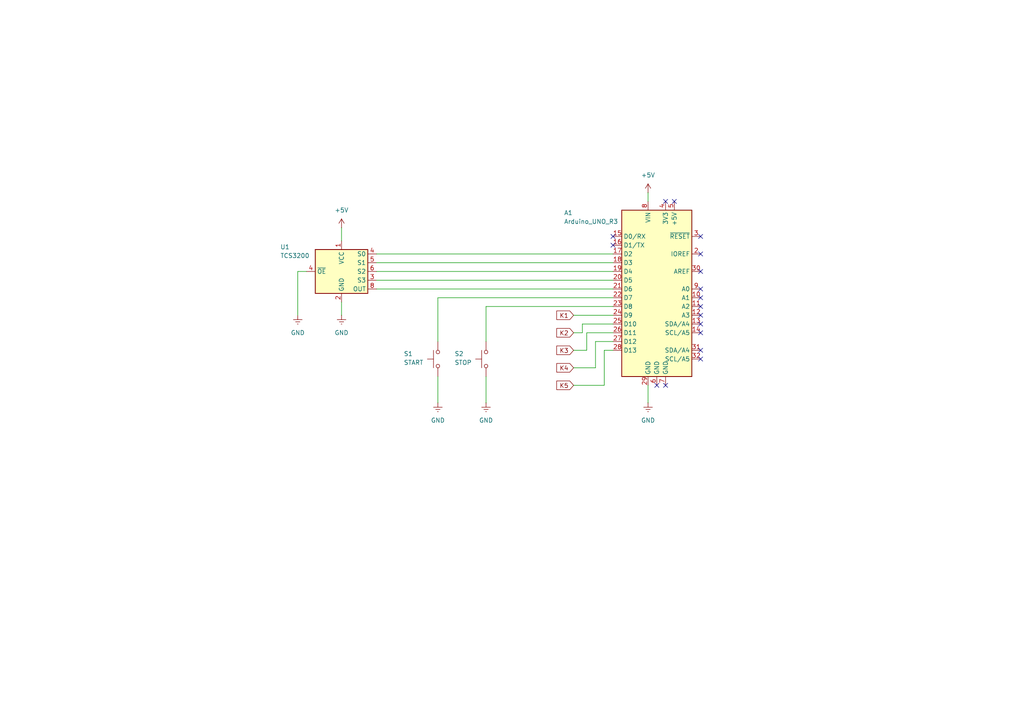
<source format=kicad_sch>
(kicad_sch
	(version 20231120)
	(generator "eeschema")
	(generator_version "8.0")
	(uuid "6ce40a47-833e-4ab8-bd62-e9c997efe7c0")
	(paper "A4")
	(title_block
		(title "Kleuren sensor met arduino")
		(date "2025-04-23")
		(rev "1")
		(company "17nct / Yassir")
	)
	(lib_symbols
		(symbol "MCU_Module:Arduino_UNO_R3"
			(exclude_from_sim no)
			(in_bom yes)
			(on_board yes)
			(property "Reference" "A"
				(at -10.16 23.495 0)
				(effects
					(font
						(size 1.27 1.27)
					)
					(justify left bottom)
				)
			)
			(property "Value" "Arduino_UNO_R3"
				(at 5.08 -26.67 0)
				(effects
					(font
						(size 1.27 1.27)
					)
					(justify left top)
				)
			)
			(property "Footprint" "Module:Arduino_UNO_R3"
				(at 0 0 0)
				(effects
					(font
						(size 1.27 1.27)
						(italic yes)
					)
					(hide yes)
				)
			)
			(property "Datasheet" "https://www.arduino.cc/en/Main/arduinoBoardUno"
				(at 0 0 0)
				(effects
					(font
						(size 1.27 1.27)
					)
					(hide yes)
				)
			)
			(property "Description" "Arduino UNO Microcontroller Module, release 3"
				(at 0 0 0)
				(effects
					(font
						(size 1.27 1.27)
					)
					(hide yes)
				)
			)
			(property "ki_keywords" "Arduino UNO R3 Microcontroller Module Atmel AVR USB"
				(at 0 0 0)
				(effects
					(font
						(size 1.27 1.27)
					)
					(hide yes)
				)
			)
			(property "ki_fp_filters" "Arduino*UNO*R3*"
				(at 0 0 0)
				(effects
					(font
						(size 1.27 1.27)
					)
					(hide yes)
				)
			)
			(symbol "Arduino_UNO_R3_0_1"
				(rectangle
					(start -10.16 22.86)
					(end 10.16 -25.4)
					(stroke
						(width 0.254)
						(type default)
					)
					(fill
						(type background)
					)
				)
			)
			(symbol "Arduino_UNO_R3_1_1"
				(pin no_connect line
					(at -10.16 -20.32 0)
					(length 2.54) hide
					(name "NC"
						(effects
							(font
								(size 1.27 1.27)
							)
						)
					)
					(number "1"
						(effects
							(font
								(size 1.27 1.27)
							)
						)
					)
				)
				(pin bidirectional line
					(at 12.7 -2.54 180)
					(length 2.54)
					(name "A1"
						(effects
							(font
								(size 1.27 1.27)
							)
						)
					)
					(number "10"
						(effects
							(font
								(size 1.27 1.27)
							)
						)
					)
				)
				(pin bidirectional line
					(at 12.7 -5.08 180)
					(length 2.54)
					(name "A2"
						(effects
							(font
								(size 1.27 1.27)
							)
						)
					)
					(number "11"
						(effects
							(font
								(size 1.27 1.27)
							)
						)
					)
				)
				(pin bidirectional line
					(at 12.7 -7.62 180)
					(length 2.54)
					(name "A3"
						(effects
							(font
								(size 1.27 1.27)
							)
						)
					)
					(number "12"
						(effects
							(font
								(size 1.27 1.27)
							)
						)
					)
				)
				(pin bidirectional line
					(at 12.7 -10.16 180)
					(length 2.54)
					(name "SDA/A4"
						(effects
							(font
								(size 1.27 1.27)
							)
						)
					)
					(number "13"
						(effects
							(font
								(size 1.27 1.27)
							)
						)
					)
				)
				(pin bidirectional line
					(at 12.7 -12.7 180)
					(length 2.54)
					(name "SCL/A5"
						(effects
							(font
								(size 1.27 1.27)
							)
						)
					)
					(number "14"
						(effects
							(font
								(size 1.27 1.27)
							)
						)
					)
				)
				(pin bidirectional line
					(at -12.7 15.24 0)
					(length 2.54)
					(name "D0/RX"
						(effects
							(font
								(size 1.27 1.27)
							)
						)
					)
					(number "15"
						(effects
							(font
								(size 1.27 1.27)
							)
						)
					)
				)
				(pin bidirectional line
					(at -12.7 12.7 0)
					(length 2.54)
					(name "D1/TX"
						(effects
							(font
								(size 1.27 1.27)
							)
						)
					)
					(number "16"
						(effects
							(font
								(size 1.27 1.27)
							)
						)
					)
				)
				(pin bidirectional line
					(at -12.7 10.16 0)
					(length 2.54)
					(name "D2"
						(effects
							(font
								(size 1.27 1.27)
							)
						)
					)
					(number "17"
						(effects
							(font
								(size 1.27 1.27)
							)
						)
					)
				)
				(pin bidirectional line
					(at -12.7 7.62 0)
					(length 2.54)
					(name "D3"
						(effects
							(font
								(size 1.27 1.27)
							)
						)
					)
					(number "18"
						(effects
							(font
								(size 1.27 1.27)
							)
						)
					)
				)
				(pin bidirectional line
					(at -12.7 5.08 0)
					(length 2.54)
					(name "D4"
						(effects
							(font
								(size 1.27 1.27)
							)
						)
					)
					(number "19"
						(effects
							(font
								(size 1.27 1.27)
							)
						)
					)
				)
				(pin output line
					(at 12.7 10.16 180)
					(length 2.54)
					(name "IOREF"
						(effects
							(font
								(size 1.27 1.27)
							)
						)
					)
					(number "2"
						(effects
							(font
								(size 1.27 1.27)
							)
						)
					)
				)
				(pin bidirectional line
					(at -12.7 2.54 0)
					(length 2.54)
					(name "D5"
						(effects
							(font
								(size 1.27 1.27)
							)
						)
					)
					(number "20"
						(effects
							(font
								(size 1.27 1.27)
							)
						)
					)
				)
				(pin bidirectional line
					(at -12.7 0 0)
					(length 2.54)
					(name "D6"
						(effects
							(font
								(size 1.27 1.27)
							)
						)
					)
					(number "21"
						(effects
							(font
								(size 1.27 1.27)
							)
						)
					)
				)
				(pin bidirectional line
					(at -12.7 -2.54 0)
					(length 2.54)
					(name "D7"
						(effects
							(font
								(size 1.27 1.27)
							)
						)
					)
					(number "22"
						(effects
							(font
								(size 1.27 1.27)
							)
						)
					)
				)
				(pin bidirectional line
					(at -12.7 -5.08 0)
					(length 2.54)
					(name "D8"
						(effects
							(font
								(size 1.27 1.27)
							)
						)
					)
					(number "23"
						(effects
							(font
								(size 1.27 1.27)
							)
						)
					)
				)
				(pin bidirectional line
					(at -12.7 -7.62 0)
					(length 2.54)
					(name "D9"
						(effects
							(font
								(size 1.27 1.27)
							)
						)
					)
					(number "24"
						(effects
							(font
								(size 1.27 1.27)
							)
						)
					)
				)
				(pin bidirectional line
					(at -12.7 -10.16 0)
					(length 2.54)
					(name "D10"
						(effects
							(font
								(size 1.27 1.27)
							)
						)
					)
					(number "25"
						(effects
							(font
								(size 1.27 1.27)
							)
						)
					)
				)
				(pin bidirectional line
					(at -12.7 -12.7 0)
					(length 2.54)
					(name "D11"
						(effects
							(font
								(size 1.27 1.27)
							)
						)
					)
					(number "26"
						(effects
							(font
								(size 1.27 1.27)
							)
						)
					)
				)
				(pin bidirectional line
					(at -12.7 -15.24 0)
					(length 2.54)
					(name "D12"
						(effects
							(font
								(size 1.27 1.27)
							)
						)
					)
					(number "27"
						(effects
							(font
								(size 1.27 1.27)
							)
						)
					)
				)
				(pin bidirectional line
					(at -12.7 -17.78 0)
					(length 2.54)
					(name "D13"
						(effects
							(font
								(size 1.27 1.27)
							)
						)
					)
					(number "28"
						(effects
							(font
								(size 1.27 1.27)
							)
						)
					)
				)
				(pin power_in line
					(at -2.54 -27.94 90)
					(length 2.54)
					(name "GND"
						(effects
							(font
								(size 1.27 1.27)
							)
						)
					)
					(number "29"
						(effects
							(font
								(size 1.27 1.27)
							)
						)
					)
				)
				(pin input line
					(at 12.7 15.24 180)
					(length 2.54)
					(name "~{RESET}"
						(effects
							(font
								(size 1.27 1.27)
							)
						)
					)
					(number "3"
						(effects
							(font
								(size 1.27 1.27)
							)
						)
					)
				)
				(pin input line
					(at 12.7 5.08 180)
					(length 2.54)
					(name "AREF"
						(effects
							(font
								(size 1.27 1.27)
							)
						)
					)
					(number "30"
						(effects
							(font
								(size 1.27 1.27)
							)
						)
					)
				)
				(pin bidirectional line
					(at 12.7 -17.78 180)
					(length 2.54)
					(name "SDA/A4"
						(effects
							(font
								(size 1.27 1.27)
							)
						)
					)
					(number "31"
						(effects
							(font
								(size 1.27 1.27)
							)
						)
					)
				)
				(pin bidirectional line
					(at 12.7 -20.32 180)
					(length 2.54)
					(name "SCL/A5"
						(effects
							(font
								(size 1.27 1.27)
							)
						)
					)
					(number "32"
						(effects
							(font
								(size 1.27 1.27)
							)
						)
					)
				)
				(pin power_out line
					(at 2.54 25.4 270)
					(length 2.54)
					(name "3V3"
						(effects
							(font
								(size 1.27 1.27)
							)
						)
					)
					(number "4"
						(effects
							(font
								(size 1.27 1.27)
							)
						)
					)
				)
				(pin power_out line
					(at 5.08 25.4 270)
					(length 2.54)
					(name "+5V"
						(effects
							(font
								(size 1.27 1.27)
							)
						)
					)
					(number "5"
						(effects
							(font
								(size 1.27 1.27)
							)
						)
					)
				)
				(pin power_in line
					(at 0 -27.94 90)
					(length 2.54)
					(name "GND"
						(effects
							(font
								(size 1.27 1.27)
							)
						)
					)
					(number "6"
						(effects
							(font
								(size 1.27 1.27)
							)
						)
					)
				)
				(pin power_in line
					(at 2.54 -27.94 90)
					(length 2.54)
					(name "GND"
						(effects
							(font
								(size 1.27 1.27)
							)
						)
					)
					(number "7"
						(effects
							(font
								(size 1.27 1.27)
							)
						)
					)
				)
				(pin power_in line
					(at -2.54 25.4 270)
					(length 2.54)
					(name "VIN"
						(effects
							(font
								(size 1.27 1.27)
							)
						)
					)
					(number "8"
						(effects
							(font
								(size 1.27 1.27)
							)
						)
					)
				)
				(pin bidirectional line
					(at 12.7 0 180)
					(length 2.54)
					(name "A0"
						(effects
							(font
								(size 1.27 1.27)
							)
						)
					)
					(number "9"
						(effects
							(font
								(size 1.27 1.27)
							)
						)
					)
				)
			)
		)
		(symbol "Sensor:BL0937"
			(exclude_from_sim no)
			(in_bom yes)
			(on_board yes)
			(property "Reference" "U1"
				(at 2.1941 10.16 0)
				(effects
					(font
						(size 1.27 1.27)
					)
					(justify left)
				)
			)
			(property "Value" "TCS3200"
				(at 2.1941 7.62 0)
				(effects
					(font
						(size 1.27 1.27)
					)
					(justify left)
				)
			)
			(property "Footprint" "Package_SO:SOP-8_3.9x4.9mm_P1.27mm"
				(at 2.54 -26.67 0)
				(effects
					(font
						(size 1.27 1.27)
					)
					(hide yes)
				)
			)
			(property "Datasheet" "http://www.belling.com.cn/media/file_object/bel_product/BL0937/datasheet/BL0937_V1.02_en.pdf"
				(at 2.54 -29.21 0)
				(effects
					(font
						(size 1.27 1.27)
					)
					(hide yes)
				)
			)
			(property "Description" "Single Phase Energy Meter IC with Integrated Oscillator, SOP-8"
				(at 3.81 -38.1 0)
				(effects
					(font
						(size 1.27 1.27)
					)
					(hide yes)
				)
			)
			(property "ki_keywords" "current sensor"
				(at 0 0 0)
				(effects
					(font
						(size 1.27 1.27)
					)
					(hide yes)
				)
			)
			(property "ki_fp_filters" "SOP*3.9x4.9mm*P1.27mm*"
				(at 0 0 0)
				(effects
					(font
						(size 1.27 1.27)
					)
					(hide yes)
				)
			)
			(symbol "BL0937_0_1"
				(rectangle
					(start -7.62 2.54)
					(end 7.62 -10.16)
					(stroke
						(width 0.254)
						(type default)
					)
					(fill
						(type background)
					)
				)
			)
			(symbol "BL0937_1_1"
				(pin power_in line
					(at 0 5.08 270)
					(length 2.54)
					(name "VCC"
						(effects
							(font
								(size 1.27 1.27)
							)
						)
					)
					(number "1"
						(effects
							(font
								(size 1.27 1.27)
							)
						)
					)
				)
				(pin power_in line
					(at 0 -12.7 90)
					(length 2.54)
					(name "GND"
						(effects
							(font
								(size 1.27 1.27)
							)
						)
					)
					(number "2"
						(effects
							(font
								(size 1.27 1.27)
							)
						)
					)
				)
				(pin input line
					(at 10.16 -6.35 180)
					(length 2.54)
					(name "S3"
						(effects
							(font
								(size 1.27 1.27)
							)
						)
					)
					(number "3"
						(effects
							(font
								(size 1.27 1.27)
							)
						)
					)
				)
				(pin input line
					(at 10.16 1.27 180)
					(length 2.54)
					(name "S0"
						(effects
							(font
								(size 1.27 1.27)
							)
						)
					)
					(number "4"
						(effects
							(font
								(size 1.27 1.27)
							)
						)
					)
				)
				(pin input line
					(at -10.16 -3.81 0)
					(length 2.54)
					(name "~{OE}"
						(effects
							(font
								(size 1.27 1.27)
							)
						)
					)
					(number "4"
						(effects
							(font
								(size 1.27 1.27)
							)
						)
					)
				)
				(pin input line
					(at 10.16 -1.27 180)
					(length 2.54)
					(name "S1"
						(effects
							(font
								(size 1.27 1.27)
							)
						)
					)
					(number "5"
						(effects
							(font
								(size 1.27 1.27)
							)
						)
					)
				)
				(pin input line
					(at 10.16 -3.81 180)
					(length 2.54)
					(name "S2"
						(effects
							(font
								(size 1.27 1.27)
							)
						)
					)
					(number "6"
						(effects
							(font
								(size 1.27 1.27)
							)
						)
					)
				)
				(pin output line
					(at 10.16 -8.89 180)
					(length 2.54)
					(name "OUT"
						(effects
							(font
								(size 1.27 1.27)
							)
						)
					)
					(number "8"
						(effects
							(font
								(size 1.27 1.27)
							)
						)
					)
				)
			)
		)
		(symbol "Switch:SW_Push"
			(pin_numbers hide)
			(pin_names
				(offset 1.016) hide)
			(exclude_from_sim no)
			(in_bom yes)
			(on_board yes)
			(property "Reference" "SW"
				(at 1.27 2.54 0)
				(effects
					(font
						(size 1.27 1.27)
					)
					(justify left)
				)
			)
			(property "Value" "SW_Push"
				(at 0 -1.524 0)
				(effects
					(font
						(size 1.27 1.27)
					)
				)
			)
			(property "Footprint" ""
				(at 0 5.08 0)
				(effects
					(font
						(size 1.27 1.27)
					)
					(hide yes)
				)
			)
			(property "Datasheet" "~"
				(at 0 5.08 0)
				(effects
					(font
						(size 1.27 1.27)
					)
					(hide yes)
				)
			)
			(property "Description" "Push button switch, generic, two pins"
				(at 0 0 0)
				(effects
					(font
						(size 1.27 1.27)
					)
					(hide yes)
				)
			)
			(property "ki_keywords" "switch normally-open pushbutton push-button"
				(at 0 0 0)
				(effects
					(font
						(size 1.27 1.27)
					)
					(hide yes)
				)
			)
			(symbol "SW_Push_0_1"
				(circle
					(center -2.032 0)
					(radius 0.508)
					(stroke
						(width 0)
						(type default)
					)
					(fill
						(type none)
					)
				)
				(polyline
					(pts
						(xy 0 1.27) (xy 0 3.048)
					)
					(stroke
						(width 0)
						(type default)
					)
					(fill
						(type none)
					)
				)
				(polyline
					(pts
						(xy 2.54 1.27) (xy -2.54 1.27)
					)
					(stroke
						(width 0)
						(type default)
					)
					(fill
						(type none)
					)
				)
				(circle
					(center 2.032 0)
					(radius 0.508)
					(stroke
						(width 0)
						(type default)
					)
					(fill
						(type none)
					)
				)
				(pin passive line
					(at -5.08 0 0)
					(length 2.54)
					(name "1"
						(effects
							(font
								(size 1.27 1.27)
							)
						)
					)
					(number "1"
						(effects
							(font
								(size 1.27 1.27)
							)
						)
					)
				)
				(pin passive line
					(at 5.08 0 180)
					(length 2.54)
					(name "2"
						(effects
							(font
								(size 1.27 1.27)
							)
						)
					)
					(number "2"
						(effects
							(font
								(size 1.27 1.27)
							)
						)
					)
				)
			)
		)
		(symbol "power:+5V"
			(power)
			(pin_numbers hide)
			(pin_names
				(offset 0) hide)
			(exclude_from_sim no)
			(in_bom yes)
			(on_board yes)
			(property "Reference" "#PWR"
				(at 0 -3.81 0)
				(effects
					(font
						(size 1.27 1.27)
					)
					(hide yes)
				)
			)
			(property "Value" "+5V"
				(at 0 3.556 0)
				(effects
					(font
						(size 1.27 1.27)
					)
				)
			)
			(property "Footprint" ""
				(at 0 0 0)
				(effects
					(font
						(size 1.27 1.27)
					)
					(hide yes)
				)
			)
			(property "Datasheet" ""
				(at 0 0 0)
				(effects
					(font
						(size 1.27 1.27)
					)
					(hide yes)
				)
			)
			(property "Description" "Power symbol creates a global label with name \"+5V\""
				(at 0 0 0)
				(effects
					(font
						(size 1.27 1.27)
					)
					(hide yes)
				)
			)
			(property "ki_keywords" "global power"
				(at 0 0 0)
				(effects
					(font
						(size 1.27 1.27)
					)
					(hide yes)
				)
			)
			(symbol "+5V_0_1"
				(polyline
					(pts
						(xy -0.762 1.27) (xy 0 2.54)
					)
					(stroke
						(width 0)
						(type default)
					)
					(fill
						(type none)
					)
				)
				(polyline
					(pts
						(xy 0 0) (xy 0 2.54)
					)
					(stroke
						(width 0)
						(type default)
					)
					(fill
						(type none)
					)
				)
				(polyline
					(pts
						(xy 0 2.54) (xy 0.762 1.27)
					)
					(stroke
						(width 0)
						(type default)
					)
					(fill
						(type none)
					)
				)
			)
			(symbol "+5V_1_1"
				(pin power_in line
					(at 0 0 90)
					(length 0)
					(name "~"
						(effects
							(font
								(size 1.27 1.27)
							)
						)
					)
					(number "1"
						(effects
							(font
								(size 1.27 1.27)
							)
						)
					)
				)
			)
		)
		(symbol "power:Earth"
			(power)
			(pin_numbers hide)
			(pin_names
				(offset 0) hide)
			(exclude_from_sim no)
			(in_bom yes)
			(on_board yes)
			(property "Reference" "#PWR"
				(at 0 -6.35 0)
				(effects
					(font
						(size 1.27 1.27)
					)
					(hide yes)
				)
			)
			(property "Value" "Earth"
				(at 0 -3.81 0)
				(effects
					(font
						(size 1.27 1.27)
					)
				)
			)
			(property "Footprint" ""
				(at 0 0 0)
				(effects
					(font
						(size 1.27 1.27)
					)
					(hide yes)
				)
			)
			(property "Datasheet" "~"
				(at 0 0 0)
				(effects
					(font
						(size 1.27 1.27)
					)
					(hide yes)
				)
			)
			(property "Description" "Power symbol creates a global label with name \"Earth\""
				(at 0 0 0)
				(effects
					(font
						(size 1.27 1.27)
					)
					(hide yes)
				)
			)
			(property "ki_keywords" "global ground gnd"
				(at 0 0 0)
				(effects
					(font
						(size 1.27 1.27)
					)
					(hide yes)
				)
			)
			(symbol "Earth_0_1"
				(polyline
					(pts
						(xy -0.635 -1.905) (xy 0.635 -1.905)
					)
					(stroke
						(width 0)
						(type default)
					)
					(fill
						(type none)
					)
				)
				(polyline
					(pts
						(xy -0.127 -2.54) (xy 0.127 -2.54)
					)
					(stroke
						(width 0)
						(type default)
					)
					(fill
						(type none)
					)
				)
				(polyline
					(pts
						(xy 0 -1.27) (xy 0 0)
					)
					(stroke
						(width 0)
						(type default)
					)
					(fill
						(type none)
					)
				)
				(polyline
					(pts
						(xy 1.27 -1.27) (xy -1.27 -1.27)
					)
					(stroke
						(width 0)
						(type default)
					)
					(fill
						(type none)
					)
				)
			)
			(symbol "Earth_1_1"
				(pin power_in line
					(at 0 0 270)
					(length 0)
					(name "~"
						(effects
							(font
								(size 1.27 1.27)
							)
						)
					)
					(number "1"
						(effects
							(font
								(size 1.27 1.27)
							)
						)
					)
				)
			)
		)
	)
	(no_connect
		(at 203.2 86.36)
		(uuid "04dc7fbf-f506-4551-b9f6-0156a0973380")
	)
	(no_connect
		(at 193.04 58.42)
		(uuid "109983eb-6165-473a-a145-997f3a7e026e")
	)
	(no_connect
		(at 177.8 68.58)
		(uuid "4c8f4507-9830-41e1-951f-73d6ba8fb503")
	)
	(no_connect
		(at 177.8 71.12)
		(uuid "67259dae-9975-4c0f-8923-8adf5bde7b99")
	)
	(no_connect
		(at 203.2 96.52)
		(uuid "6bed7fb3-0aa7-437d-9417-42ca625d6923")
	)
	(no_connect
		(at 203.2 68.58)
		(uuid "76f8b9c7-8019-48c6-8035-11186e3bad1e")
	)
	(no_connect
		(at 203.2 93.98)
		(uuid "7efd3a91-fc47-4478-9916-677f707de1ed")
	)
	(no_connect
		(at 203.2 104.14)
		(uuid "89a7d7d0-a051-4dbb-ac9c-c5157972ffd1")
	)
	(no_connect
		(at 203.2 88.9)
		(uuid "90092a36-c64e-4290-b1f0-7e42d1a7d432")
	)
	(no_connect
		(at 193.04 111.76)
		(uuid "99b2e1ac-8981-460a-aec7-b9b2d6bc0029")
	)
	(no_connect
		(at 203.2 91.44)
		(uuid "9c31e4c8-2ae8-447e-87fb-38add083d741")
	)
	(no_connect
		(at 190.5 111.76)
		(uuid "a459f864-f6b2-4b7e-82a0-6ef499592c6a")
	)
	(no_connect
		(at 203.2 78.74)
		(uuid "a5cf5954-fd16-4a24-8acd-8973309f7ac2")
	)
	(no_connect
		(at 203.2 73.66)
		(uuid "aafd3d9b-2c26-4fbe-b62b-b4432d60724a")
	)
	(no_connect
		(at 195.58 58.42)
		(uuid "b04443eb-7eb3-4294-83bd-91709024619e")
	)
	(no_connect
		(at 203.2 101.6)
		(uuid "d57aafe5-3aec-43cb-9671-76990aa3bb9d")
	)
	(no_connect
		(at 203.2 83.82)
		(uuid "f5788c2e-9ae4-4a87-ba34-8a985487d1c1")
	)
	(wire
		(pts
			(xy 166.37 106.68) (xy 172.72 106.68)
		)
		(stroke
			(width 0)
			(type default)
		)
		(uuid "03d51dca-dfd3-41d1-8d2c-419614280c80")
	)
	(wire
		(pts
			(xy 86.36 91.44) (xy 86.36 78.74)
		)
		(stroke
			(width 0)
			(type default)
		)
		(uuid "201b7dd3-375d-4eeb-a73a-7a37cc4de069")
	)
	(wire
		(pts
			(xy 140.97 99.06) (xy 140.97 88.9)
		)
		(stroke
			(width 0)
			(type default)
		)
		(uuid "2a9a6569-0628-453e-962f-53555995ea62")
	)
	(wire
		(pts
			(xy 177.8 86.36) (xy 127 86.36)
		)
		(stroke
			(width 0)
			(type default)
		)
		(uuid "2c46c270-fa76-4954-a73e-0d947b540a55")
	)
	(wire
		(pts
			(xy 170.18 96.52) (xy 177.8 96.52)
		)
		(stroke
			(width 0)
			(type default)
		)
		(uuid "3fdaac81-8c53-4a0a-a56d-e9cc25b67652")
	)
	(wire
		(pts
			(xy 109.22 81.28) (xy 177.8 81.28)
		)
		(stroke
			(width 0)
			(type default)
		)
		(uuid "435d03fd-05ae-4b21-8bbb-2ff22b29a3f0")
	)
	(wire
		(pts
			(xy 127 109.22) (xy 127 116.84)
		)
		(stroke
			(width 0)
			(type default)
		)
		(uuid "5165f822-5ac5-4af3-b85d-6cb72689b734")
	)
	(wire
		(pts
			(xy 166.37 91.44) (xy 177.8 91.44)
		)
		(stroke
			(width 0)
			(type default)
		)
		(uuid "670a0081-d677-4f5c-9269-bb877cc9fdfc")
	)
	(wire
		(pts
			(xy 172.72 99.06) (xy 177.8 99.06)
		)
		(stroke
			(width 0)
			(type default)
		)
		(uuid "797c3940-fd39-40c7-b768-979db63ef6cc")
	)
	(wire
		(pts
			(xy 109.22 78.74) (xy 177.8 78.74)
		)
		(stroke
			(width 0)
			(type default)
		)
		(uuid "809acecd-7cca-45a5-b1da-ed02fd574c0f")
	)
	(wire
		(pts
			(xy 99.06 91.44) (xy 99.06 87.63)
		)
		(stroke
			(width 0)
			(type default)
		)
		(uuid "83f21823-6a5b-4302-886d-91bdd635929d")
	)
	(wire
		(pts
			(xy 99.06 66.04) (xy 99.06 69.85)
		)
		(stroke
			(width 0)
			(type default)
		)
		(uuid "87837342-b9d5-40fc-a78c-128f52333219")
	)
	(wire
		(pts
			(xy 86.36 78.74) (xy 88.9 78.74)
		)
		(stroke
			(width 0)
			(type default)
		)
		(uuid "8eb06ed3-2d11-46e7-b67c-bfa015d0bed8")
	)
	(wire
		(pts
			(xy 175.26 101.6) (xy 177.8 101.6)
		)
		(stroke
			(width 0)
			(type default)
		)
		(uuid "8fce288d-803b-4f64-a8b7-616eecc3ee1d")
	)
	(wire
		(pts
			(xy 109.22 83.82) (xy 177.8 83.82)
		)
		(stroke
			(width 0)
			(type default)
		)
		(uuid "9311e807-0fb6-419d-a1e5-2c969bb21bbc")
	)
	(wire
		(pts
			(xy 166.37 96.52) (xy 168.91 96.52)
		)
		(stroke
			(width 0)
			(type default)
		)
		(uuid "98ff4b8c-8339-4d07-8130-7c736ee206cb")
	)
	(wire
		(pts
			(xy 168.91 96.52) (xy 168.91 93.98)
		)
		(stroke
			(width 0)
			(type default)
		)
		(uuid "a4e1293f-71ac-467e-81e4-31fef02c116a")
	)
	(wire
		(pts
			(xy 140.97 88.9) (xy 177.8 88.9)
		)
		(stroke
			(width 0)
			(type default)
		)
		(uuid "a7f5c7ea-d514-439e-b5f9-6d27ec95cdaa")
	)
	(wire
		(pts
			(xy 187.96 111.76) (xy 187.96 116.84)
		)
		(stroke
			(width 0)
			(type default)
		)
		(uuid "ae4f8684-a019-47cf-aaeb-cda5921c34cf")
	)
	(wire
		(pts
			(xy 166.37 111.76) (xy 175.26 111.76)
		)
		(stroke
			(width 0)
			(type default)
		)
		(uuid "c522e300-fd28-4e41-ad50-1fccf443981a")
	)
	(wire
		(pts
			(xy 140.97 109.22) (xy 140.97 116.84)
		)
		(stroke
			(width 0)
			(type default)
		)
		(uuid "c8c27651-9b6f-478d-bc83-d2884e60b48f")
	)
	(wire
		(pts
			(xy 172.72 106.68) (xy 172.72 99.06)
		)
		(stroke
			(width 0)
			(type default)
		)
		(uuid "cbe00a23-1d2a-450a-a958-c9abdfc5c672")
	)
	(wire
		(pts
			(xy 168.91 93.98) (xy 177.8 93.98)
		)
		(stroke
			(width 0)
			(type default)
		)
		(uuid "cf07b0b8-11c1-4112-8ada-416150ec736c")
	)
	(wire
		(pts
			(xy 170.18 101.6) (xy 170.18 96.52)
		)
		(stroke
			(width 0)
			(type default)
		)
		(uuid "d4367691-d97f-40ec-8fac-7644c577ce69")
	)
	(wire
		(pts
			(xy 127 86.36) (xy 127 99.06)
		)
		(stroke
			(width 0)
			(type default)
		)
		(uuid "d48e8911-9971-426b-b530-c1c2b3c99b30")
	)
	(wire
		(pts
			(xy 175.26 111.76) (xy 175.26 101.6)
		)
		(stroke
			(width 0)
			(type default)
		)
		(uuid "d664bcd2-ded1-4df5-8748-9ecb5dfcb9fd")
	)
	(wire
		(pts
			(xy 109.22 76.2) (xy 177.8 76.2)
		)
		(stroke
			(width 0)
			(type default)
		)
		(uuid "de1b402a-6df8-4ebc-b2e9-e9121588f860")
	)
	(wire
		(pts
			(xy 166.37 101.6) (xy 170.18 101.6)
		)
		(stroke
			(width 0)
			(type default)
		)
		(uuid "e544a8e8-f931-4682-909e-81a230330020")
	)
	(wire
		(pts
			(xy 187.96 55.88) (xy 187.96 58.42)
		)
		(stroke
			(width 0)
			(type default)
		)
		(uuid "e6121ce9-1c7c-4038-9432-9d0824dd3bf5")
	)
	(wire
		(pts
			(xy 109.22 73.66) (xy 177.8 73.66)
		)
		(stroke
			(width 0)
			(type default)
		)
		(uuid "ee4c7be5-2b4d-4180-8bc6-919fb19705d0")
	)
	(global_label "K4"
		(shape input)
		(at 166.37 106.68 180)
		(fields_autoplaced yes)
		(effects
			(font
				(size 1.27 1.27)
			)
			(justify right)
		)
		(uuid "15e626e0-7f26-40d2-8141-72fe5452bbef")
		(property "Intersheetrefs" "${INTERSHEET_REFS}"
			(at 160.9053 106.68 0)
			(effects
				(font
					(size 1.27 1.27)
				)
				(justify right)
				(hide yes)
			)
		)
	)
	(global_label "K2"
		(shape input)
		(at 166.37 96.52 180)
		(fields_autoplaced yes)
		(effects
			(font
				(size 1.27 1.27)
			)
			(justify right)
		)
		(uuid "4d33a47c-65da-4ee3-8333-66289d6ff59c")
		(property "Intersheetrefs" "${INTERSHEET_REFS}"
			(at 160.9053 96.52 0)
			(effects
				(font
					(size 1.27 1.27)
				)
				(justify right)
				(hide yes)
			)
		)
	)
	(global_label "K3"
		(shape input)
		(at 166.37 101.6 180)
		(fields_autoplaced yes)
		(effects
			(font
				(size 1.27 1.27)
			)
			(justify right)
		)
		(uuid "6170d0a6-776a-4ee7-92ae-6029228caf0a")
		(property "Intersheetrefs" "${INTERSHEET_REFS}"
			(at 160.9053 101.6 0)
			(effects
				(font
					(size 1.27 1.27)
				)
				(justify right)
				(hide yes)
			)
		)
	)
	(global_label "K1"
		(shape input)
		(at 166.37 91.44 180)
		(fields_autoplaced yes)
		(effects
			(font
				(size 1.27 1.27)
			)
			(justify right)
		)
		(uuid "c0f846df-c795-4dd5-9897-ca5f060639e3")
		(property "Intersheetrefs" "${INTERSHEET_REFS}"
			(at 160.9053 91.44 0)
			(effects
				(font
					(size 1.27 1.27)
				)
				(justify right)
				(hide yes)
			)
		)
	)
	(global_label "K5"
		(shape input)
		(at 166.37 111.76 180)
		(fields_autoplaced yes)
		(effects
			(font
				(size 1.27 1.27)
			)
			(justify right)
		)
		(uuid "cf961371-6237-447f-b7b8-5fb2edf61451")
		(property "Intersheetrefs" "${INTERSHEET_REFS}"
			(at 160.9053 111.76 0)
			(effects
				(font
					(size 1.27 1.27)
				)
				(justify right)
				(hide yes)
			)
		)
	)
	(symbol
		(lib_id "MCU_Module:Arduino_UNO_R3")
		(at 190.5 83.82 0)
		(unit 1)
		(exclude_from_sim no)
		(in_bom yes)
		(on_board yes)
		(dnp no)
		(uuid "04182d61-7a00-4056-8261-9393621c1bec")
		(property "Reference" "A1"
			(at 163.576 61.722 0)
			(effects
				(font
					(size 1.27 1.27)
				)
				(justify left)
			)
		)
		(property "Value" "Arduino_UNO_R3"
			(at 163.576 64.262 0)
			(effects
				(font
					(size 1.27 1.27)
				)
				(justify left)
			)
		)
		(property "Footprint" ""
			(at 190.5 83.82 0)
			(effects
				(font
					(size 1.27 1.27)
					(italic yes)
				)
				(hide yes)
			)
		)
		(property "Datasheet" "https://www.arduino.cc/en/Main/arduinoBoardUno"
			(at 190.5 83.82 0)
			(effects
				(font
					(size 1.27 1.27)
				)
				(hide yes)
			)
		)
		(property "Description" "Arduino UNO Microcontroller Module, release 3"
			(at 190.5 83.82 0)
			(effects
				(font
					(size 1.27 1.27)
				)
				(hide yes)
			)
		)
		(pin "24"
			(uuid "2e395fe5-4c26-4680-8714-643a7a2b9bb3")
		)
		(pin "7"
			(uuid "eb40ce72-4618-411b-b81a-a0c23ffa58d2")
		)
		(pin "10"
			(uuid "a2cbb1bf-5026-4f55-96a4-9dd11dc15748")
		)
		(pin "29"
			(uuid "4f0c8b10-b761-4912-b7f7-6f1306400844")
		)
		(pin "11"
			(uuid "1460d625-5fda-4246-abbb-6547be651ca6")
		)
		(pin "13"
			(uuid "f4bdc787-5e86-4672-a527-9b7b6f53fa57")
		)
		(pin "27"
			(uuid "46202eb6-5a7a-4c79-b2d8-62e813580de3")
		)
		(pin "18"
			(uuid "23f5ce44-98a4-42da-bc8d-d3c0ab4f7584")
		)
		(pin "6"
			(uuid "4ecdfa66-795c-4442-a482-18051ebf2e08")
		)
		(pin "21"
			(uuid "4e8a1bf3-5f0b-4cdd-8fff-63e3295a4cca")
		)
		(pin "14"
			(uuid "0d143a6b-bdc8-4b6e-bcdd-2b08dfffbf3d")
		)
		(pin "16"
			(uuid "47b24f88-dfc2-4e07-a056-b686b8512fea")
		)
		(pin "30"
			(uuid "c56dc8b8-cd32-4a09-8443-f73505a1189a")
		)
		(pin "32"
			(uuid "d898255a-c7e4-4d83-88b7-93ab0589e4fa")
		)
		(pin "2"
			(uuid "8a828635-558d-4006-a540-0f9c53270ea5")
		)
		(pin "26"
			(uuid "f431b7ae-61e1-4592-895a-49a712939551")
		)
		(pin "28"
			(uuid "b8271436-0f92-49f5-8f34-8a8ce89a292a")
		)
		(pin "15"
			(uuid "1b8c4278-33dd-44d5-bacd-57656dd54bcc")
		)
		(pin "17"
			(uuid "e190c31c-631a-44e5-9457-5e4b3aef566c")
		)
		(pin "8"
			(uuid "6fe51121-2494-46a6-9603-05f3f5eef0bd")
		)
		(pin "1"
			(uuid "037bbcce-360a-4043-a44f-6256ccd6841d")
		)
		(pin "31"
			(uuid "c1fc7a12-9489-4092-b1eb-30835b72d8ea")
		)
		(pin "4"
			(uuid "c1dc5745-703c-4738-a984-74430b890251")
		)
		(pin "12"
			(uuid "cedc7401-1729-43cb-923b-34d87308d26a")
		)
		(pin "19"
			(uuid "07044c00-a57b-42a9-addd-f21acecaad1f")
		)
		(pin "20"
			(uuid "8b2b06cf-09a6-4463-bdc3-4b26fdcb76cd")
		)
		(pin "23"
			(uuid "49c9868c-8bb6-4d78-8b5e-defce965313d")
		)
		(pin "22"
			(uuid "9048f2f1-ad09-4e6f-979f-4f0a106dfc0f")
		)
		(pin "25"
			(uuid "4d461ee1-ac42-4080-b91c-bde12723c312")
		)
		(pin "5"
			(uuid "14ce0d6a-f8ab-4699-a877-18db52e9dde1")
		)
		(pin "9"
			(uuid "2c301757-75ef-4ea0-856b-db5352a9595e")
		)
		(pin "3"
			(uuid "bae76aec-6cb6-46b3-9485-d7135e370710")
		)
		(instances
			(project ""
				(path "/6ce40a47-833e-4ab8-bd62-e9c997efe7c0"
					(reference "A1")
					(unit 1)
				)
			)
		)
	)
	(symbol
		(lib_id "Switch:SW_Push")
		(at 127 104.14 90)
		(unit 1)
		(exclude_from_sim no)
		(in_bom yes)
		(on_board yes)
		(dnp no)
		(uuid "178d0b01-bf73-4d08-b7b8-9689e9fec5ba")
		(property "Reference" "S1"
			(at 117.094 102.616 90)
			(effects
				(font
					(size 1.27 1.27)
				)
				(justify right)
			)
		)
		(property "Value" "START"
			(at 117.094 105.156 90)
			(effects
				(font
					(size 1.27 1.27)
				)
				(justify right)
			)
		)
		(property "Footprint" ""
			(at 121.92 104.14 0)
			(effects
				(font
					(size 1.27 1.27)
				)
				(hide yes)
			)
		)
		(property "Datasheet" "~"
			(at 121.92 104.14 0)
			(effects
				(font
					(size 1.27 1.27)
				)
				(hide yes)
			)
		)
		(property "Description" "Push button switch, generic, two pins"
			(at 127 104.14 0)
			(effects
				(font
					(size 1.27 1.27)
				)
				(hide yes)
			)
		)
		(pin "2"
			(uuid "dda87bd0-9b32-48f6-87d0-cf957d6b5db1")
		)
		(pin "1"
			(uuid "13577bcd-0758-49cb-bea4-12b92a832d3b")
		)
		(instances
			(project ""
				(path "/6ce40a47-833e-4ab8-bd62-e9c997efe7c0"
					(reference "S1")
					(unit 1)
				)
			)
		)
	)
	(symbol
		(lib_id "Switch:SW_Push")
		(at 140.97 104.14 90)
		(unit 1)
		(exclude_from_sim no)
		(in_bom yes)
		(on_board yes)
		(dnp no)
		(uuid "1b0ac4b3-ed13-4e9b-9cbd-b97ed579edad")
		(property "Reference" "S2"
			(at 131.826 102.616 90)
			(effects
				(font
					(size 1.27 1.27)
				)
				(justify right)
			)
		)
		(property "Value" "STOP"
			(at 131.826 105.156 90)
			(effects
				(font
					(size 1.27 1.27)
				)
				(justify right)
			)
		)
		(property "Footprint" ""
			(at 135.89 104.14 0)
			(effects
				(font
					(size 1.27 1.27)
				)
				(hide yes)
			)
		)
		(property "Datasheet" "~"
			(at 135.89 104.14 0)
			(effects
				(font
					(size 1.27 1.27)
				)
				(hide yes)
			)
		)
		(property "Description" "Push button switch, generic, two pins"
			(at 140.97 104.14 0)
			(effects
				(font
					(size 1.27 1.27)
				)
				(hide yes)
			)
		)
		(pin "2"
			(uuid "edadc1c4-dba5-40af-b9ca-f88b19f0fc93")
		)
		(pin "1"
			(uuid "508ac191-7c7c-49cf-9295-added05fa757")
		)
		(instances
			(project "kleursensor_startstop"
				(path "/6ce40a47-833e-4ab8-bd62-e9c997efe7c0"
					(reference "S2")
					(unit 1)
				)
			)
		)
	)
	(symbol
		(lib_id "power:+5V")
		(at 99.06 66.04 0)
		(unit 1)
		(exclude_from_sim no)
		(in_bom yes)
		(on_board yes)
		(dnp no)
		(fields_autoplaced yes)
		(uuid "6b168034-7cba-445a-b84b-12364a5ad820")
		(property "Reference" "#PWR03"
			(at 99.06 69.85 0)
			(effects
				(font
					(size 1.27 1.27)
				)
				(hide yes)
			)
		)
		(property "Value" "+5V"
			(at 99.06 60.96 0)
			(effects
				(font
					(size 1.27 1.27)
				)
			)
		)
		(property "Footprint" ""
			(at 99.06 66.04 0)
			(effects
				(font
					(size 1.27 1.27)
				)
				(hide yes)
			)
		)
		(property "Datasheet" ""
			(at 99.06 66.04 0)
			(effects
				(font
					(size 1.27 1.27)
				)
				(hide yes)
			)
		)
		(property "Description" "Power symbol creates a global label with name \"+5V\""
			(at 99.06 66.04 0)
			(effects
				(font
					(size 1.27 1.27)
				)
				(hide yes)
			)
		)
		(pin "1"
			(uuid "c61408ae-0f94-4bfe-b9c3-672b913cb3ce")
		)
		(instances
			(project "kleursensor_startstop"
				(path "/6ce40a47-833e-4ab8-bd62-e9c997efe7c0"
					(reference "#PWR03")
					(unit 1)
				)
			)
		)
	)
	(symbol
		(lib_id "power:Earth")
		(at 140.97 116.84 0)
		(unit 1)
		(exclude_from_sim no)
		(in_bom yes)
		(on_board yes)
		(dnp no)
		(fields_autoplaced yes)
		(uuid "86348fb5-2e53-4866-a29a-e2633f4ef3ce")
		(property "Reference" "#PWR06"
			(at 140.97 123.19 0)
			(effects
				(font
					(size 1.27 1.27)
				)
				(hide yes)
			)
		)
		(property "Value" "GND"
			(at 140.97 121.92 0)
			(effects
				(font
					(size 1.27 1.27)
				)
			)
		)
		(property "Footprint" ""
			(at 140.97 116.84 0)
			(effects
				(font
					(size 1.27 1.27)
				)
				(hide yes)
			)
		)
		(property "Datasheet" "~"
			(at 140.97 116.84 0)
			(effects
				(font
					(size 1.27 1.27)
				)
				(hide yes)
			)
		)
		(property "Description" "Power symbol creates a global label with name \"Earth\""
			(at 140.97 116.84 0)
			(effects
				(font
					(size 1.27 1.27)
				)
				(hide yes)
			)
		)
		(pin "1"
			(uuid "a99125cb-9088-4762-a984-43f0918de505")
		)
		(instances
			(project "kleursensor_startstop"
				(path "/6ce40a47-833e-4ab8-bd62-e9c997efe7c0"
					(reference "#PWR06")
					(unit 1)
				)
			)
		)
	)
	(symbol
		(lib_id "power:Earth")
		(at 99.06 91.44 0)
		(unit 1)
		(exclude_from_sim no)
		(in_bom yes)
		(on_board yes)
		(dnp no)
		(fields_autoplaced yes)
		(uuid "93439875-7a12-4bcd-85a8-36552e9ad6df")
		(property "Reference" "#PWR04"
			(at 99.06 97.79 0)
			(effects
				(font
					(size 1.27 1.27)
				)
				(hide yes)
			)
		)
		(property "Value" "GND"
			(at 99.06 96.52 0)
			(effects
				(font
					(size 1.27 1.27)
				)
			)
		)
		(property "Footprint" ""
			(at 99.06 91.44 0)
			(effects
				(font
					(size 1.27 1.27)
				)
				(hide yes)
			)
		)
		(property "Datasheet" "~"
			(at 99.06 91.44 0)
			(effects
				(font
					(size 1.27 1.27)
				)
				(hide yes)
			)
		)
		(property "Description" "Power symbol creates a global label with name \"Earth\""
			(at 99.06 91.44 0)
			(effects
				(font
					(size 1.27 1.27)
				)
				(hide yes)
			)
		)
		(pin "1"
			(uuid "56048c14-46a1-4cd1-8afb-f0bd371df6c2")
		)
		(instances
			(project "kleursensor_startstop"
				(path "/6ce40a47-833e-4ab8-bd62-e9c997efe7c0"
					(reference "#PWR04")
					(unit 1)
				)
			)
		)
	)
	(symbol
		(lib_id "power:Earth")
		(at 127 116.84 0)
		(unit 1)
		(exclude_from_sim no)
		(in_bom yes)
		(on_board yes)
		(dnp no)
		(fields_autoplaced yes)
		(uuid "d20a8924-6835-47a0-86eb-61d0831759ec")
		(property "Reference" "#PWR07"
			(at 127 123.19 0)
			(effects
				(font
					(size 1.27 1.27)
				)
				(hide yes)
			)
		)
		(property "Value" "GND"
			(at 127 121.92 0)
			(effects
				(font
					(size 1.27 1.27)
				)
			)
		)
		(property "Footprint" ""
			(at 127 116.84 0)
			(effects
				(font
					(size 1.27 1.27)
				)
				(hide yes)
			)
		)
		(property "Datasheet" "~"
			(at 127 116.84 0)
			(effects
				(font
					(size 1.27 1.27)
				)
				(hide yes)
			)
		)
		(property "Description" "Power symbol creates a global label with name \"Earth\""
			(at 127 116.84 0)
			(effects
				(font
					(size 1.27 1.27)
				)
				(hide yes)
			)
		)
		(pin "1"
			(uuid "0a67e175-7a78-44e8-abc2-d064f4d8983b")
		)
		(instances
			(project "kleursensor_startstop"
				(path "/6ce40a47-833e-4ab8-bd62-e9c997efe7c0"
					(reference "#PWR07")
					(unit 1)
				)
			)
		)
	)
	(symbol
		(lib_id "power:Earth")
		(at 86.36 91.44 0)
		(unit 1)
		(exclude_from_sim no)
		(in_bom yes)
		(on_board yes)
		(dnp no)
		(fields_autoplaced yes)
		(uuid "d69afab9-ecd0-411a-aef4-49f88ca6e8cd")
		(property "Reference" "#PWR05"
			(at 86.36 97.79 0)
			(effects
				(font
					(size 1.27 1.27)
				)
				(hide yes)
			)
		)
		(property "Value" "GND"
			(at 86.36 96.52 0)
			(effects
				(font
					(size 1.27 1.27)
				)
			)
		)
		(property "Footprint" ""
			(at 86.36 91.44 0)
			(effects
				(font
					(size 1.27 1.27)
				)
				(hide yes)
			)
		)
		(property "Datasheet" "~"
			(at 86.36 91.44 0)
			(effects
				(font
					(size 1.27 1.27)
				)
				(hide yes)
			)
		)
		(property "Description" "Power symbol creates a global label with name \"Earth\""
			(at 86.36 91.44 0)
			(effects
				(font
					(size 1.27 1.27)
				)
				(hide yes)
			)
		)
		(pin "1"
			(uuid "940c46c1-b6d9-4ea0-9663-2a39e0df5b5b")
		)
		(instances
			(project "kleursensor_startstop"
				(path "/6ce40a47-833e-4ab8-bd62-e9c997efe7c0"
					(reference "#PWR05")
					(unit 1)
				)
			)
		)
	)
	(symbol
		(lib_id "power:+5V")
		(at 187.96 55.88 0)
		(unit 1)
		(exclude_from_sim no)
		(in_bom yes)
		(on_board yes)
		(dnp no)
		(fields_autoplaced yes)
		(uuid "ef80786e-2647-4fd0-8193-b31dc8cf97cb")
		(property "Reference" "#PWR01"
			(at 187.96 59.69 0)
			(effects
				(font
					(size 1.27 1.27)
				)
				(hide yes)
			)
		)
		(property "Value" "+5V"
			(at 187.96 50.8 0)
			(effects
				(font
					(size 1.27 1.27)
				)
			)
		)
		(property "Footprint" ""
			(at 187.96 55.88 0)
			(effects
				(font
					(size 1.27 1.27)
				)
				(hide yes)
			)
		)
		(property "Datasheet" ""
			(at 187.96 55.88 0)
			(effects
				(font
					(size 1.27 1.27)
				)
				(hide yes)
			)
		)
		(property "Description" "Power symbol creates a global label with name \"+5V\""
			(at 187.96 55.88 0)
			(effects
				(font
					(size 1.27 1.27)
				)
				(hide yes)
			)
		)
		(pin "1"
			(uuid "49f33edc-3411-4aff-ad83-db22a62d1614")
		)
		(instances
			(project "kleursensor_startstop"
				(path "/6ce40a47-833e-4ab8-bd62-e9c997efe7c0"
					(reference "#PWR01")
					(unit 1)
				)
			)
		)
	)
	(symbol
		(lib_id "Sensor:BL0937")
		(at 99.06 74.93 0)
		(unit 1)
		(exclude_from_sim no)
		(in_bom yes)
		(on_board yes)
		(dnp no)
		(uuid "f557eca1-9b6d-4f92-a865-53334669bafa")
		(property "Reference" "U1"
			(at 81.28 71.628 0)
			(effects
				(font
					(size 1.27 1.27)
				)
				(justify left)
			)
		)
		(property "Value" "TCS3200"
			(at 81.28 74.168 0)
			(effects
				(font
					(size 1.27 1.27)
				)
				(justify left)
			)
		)
		(property "Footprint" "Package_SO:SOP-8_3.9x4.9mm_P1.27mm"
			(at 101.6 101.6 0)
			(effects
				(font
					(size 1.27 1.27)
				)
				(hide yes)
			)
		)
		(property "Datasheet" "http://www.belling.com.cn/media/file_object/bel_product/BL0937/datasheet/BL0937_V1.02_en.pdf"
			(at 101.6 104.14 0)
			(effects
				(font
					(size 1.27 1.27)
				)
				(hide yes)
			)
		)
		(property "Description" "Single Phase Energy Meter IC with Integrated Oscillator, SOP-8"
			(at 102.87 113.03 0)
			(effects
				(font
					(size 1.27 1.27)
				)
				(hide yes)
			)
		)
		(pin "3"
			(uuid "d1e6c60d-9b95-4a73-ae1f-1397b600583a")
		)
		(pin "4"
			(uuid "18b97f6c-7b4c-4024-823d-040c7c69496a")
		)
		(pin "5"
			(uuid "c3fe6ae1-a760-431f-ac71-7d6f8e01366c")
		)
		(pin "8"
			(uuid "02baa9c8-9ec9-427a-8d37-b31130aae249")
		)
		(pin "1"
			(uuid "e43da9b8-e764-4cac-b71c-bc3632b04269")
		)
		(pin "4"
			(uuid "10b94c68-b46c-4a3c-89c9-ecb1efafc8c2")
		)
		(pin "6"
			(uuid "fa3e29b6-d274-49ee-964a-eaef19de79ff")
		)
		(pin "2"
			(uuid "bc55cbd5-6e96-423f-abe4-590b998e06f9")
		)
		(instances
			(project ""
				(path "/6ce40a47-833e-4ab8-bd62-e9c997efe7c0"
					(reference "U1")
					(unit 1)
				)
			)
		)
	)
	(symbol
		(lib_id "power:Earth")
		(at 187.96 116.84 0)
		(unit 1)
		(exclude_from_sim no)
		(in_bom yes)
		(on_board yes)
		(dnp no)
		(fields_autoplaced yes)
		(uuid "f6799718-7043-4077-821f-7e1420ec6a1c")
		(property "Reference" "#PWR02"
			(at 187.96 123.19 0)
			(effects
				(font
					(size 1.27 1.27)
				)
				(hide yes)
			)
		)
		(property "Value" "GND"
			(at 187.96 121.92 0)
			(effects
				(font
					(size 1.27 1.27)
				)
			)
		)
		(property "Footprint" ""
			(at 187.96 116.84 0)
			(effects
				(font
					(size 1.27 1.27)
				)
				(hide yes)
			)
		)
		(property "Datasheet" "~"
			(at 187.96 116.84 0)
			(effects
				(font
					(size 1.27 1.27)
				)
				(hide yes)
			)
		)
		(property "Description" "Power symbol creates a global label with name \"Earth\""
			(at 187.96 116.84 0)
			(effects
				(font
					(size 1.27 1.27)
				)
				(hide yes)
			)
		)
		(pin "1"
			(uuid "46dd186b-0abd-4eb8-bb96-9308cc3b446f")
		)
		(instances
			(project ""
				(path "/6ce40a47-833e-4ab8-bd62-e9c997efe7c0"
					(reference "#PWR02")
					(unit 1)
				)
			)
		)
	)
	(sheet_instances
		(path "/"
			(page "1")
		)
	)
)

</source>
